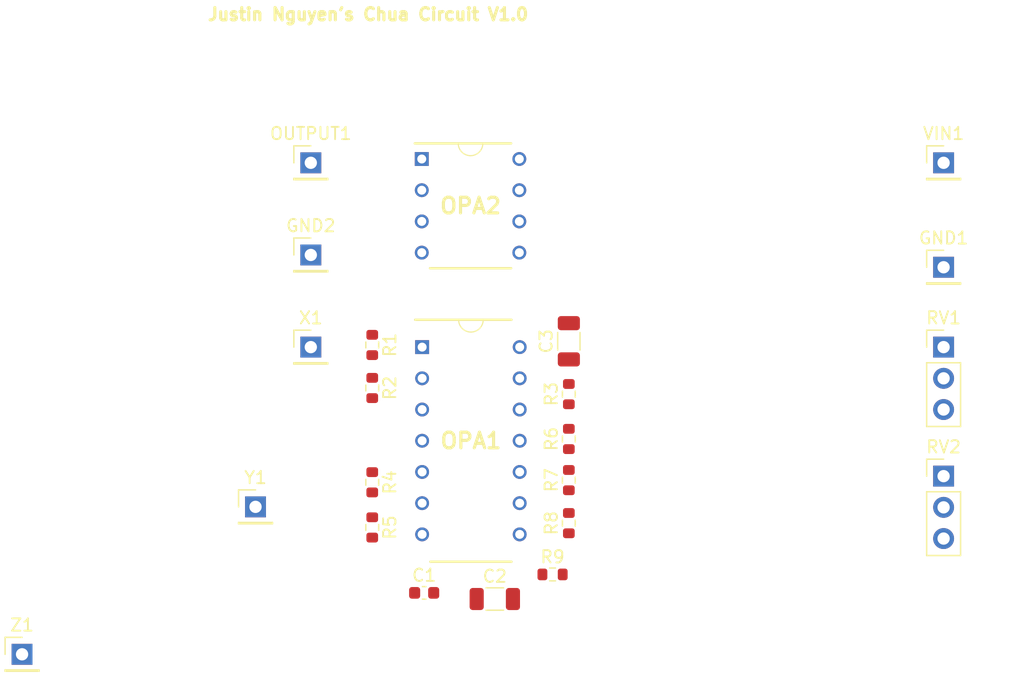
<source format=kicad_pcb>
(kicad_pcb (version 20241229) (generator "pcbnew") (generator_version "9.0")
  (layers (0 "F.Cu" signal) (2 "B.Cu" signal) (13 "F.Paste" user) (15 "B.Paste" user) (5 "F.SilkS" user "F.Silkscreen") (7 "B.SilkS" user "B.Silkscreen") (1 "F.Mask" user) (3 "B.Mask" user) (25 "Edge.Cuts" user))
  (net 0 "")
  (net 1 "Net-(OPA1A--)")
  (net 2 "GND")
  (net 3 "Net-(C3-Pad1)")
  (net 4 "VCC")
  (net 5 "Net-(OPA1-Pad7)")
  (net 6 "Net-(OPA1-Pad1)")
  (net 7 "Net-(OPA1-Pad14)")
  (net 8 "Net-(OPA1A-+)")
  (net 9 "Net-(OPA1D-+)")
  (net 10 "Net-(OPA1C--)")
  (net 11 "Net-(OPA1B--)")
  (net 12 "Net-(OPA1C-+)")
  (net 13 "Net-(OPA2A--)")
  (footprint "Connector_PinHeader_2.54mm:PinHeader_1x01_P2.54mm_Vertical" (layer "F.Cu") (at 125.5 80)
    (property "Reference" "OUTPUT1" (at 0 -2.38 0) (layer "F.SilkS"))
    (property "Value" "Male_Header_1x1")
    (fp_line (start -1.38 -1.38) (end 0 -1.38) (stroke (width 0.12)) (layer "F.SilkS"))
    (fp_line (start -1.38 0) (end -1.38 -1.38) (stroke (width 0.12)) (layer "F.SilkS"))
    (fp_line (start -1.38 1.27) (end -1.38 1.38) (stroke (width 0.12)) (layer "F.SilkS"))
    (fp_line (start -1.38 1.27) (end 1.38 1.27) (stroke (width 0.12)) (layer "F.SilkS"))
    (fp_line (start -1.38 1.38) (end 1.38 1.38) (stroke (width 0.12)) (layer "F.SilkS"))
    (fp_line (start 1.38 1.27) (end 1.38 1.38) (stroke (width 0.12)) (layer "F.SilkS"))
    (pad "1" thru_hole rect (at 0 0) (size 1.7 1.7) (drill 1) (layers "*.Cu" "*.Mask") (net 13 "Net-(OPA2A--)"))
  )
  (footprint "Resistor_SMD:R_0603_1608Metric" (layer "F.Cu") (at 130.5 109.675 -90)
    (property "Reference" "R5" (at 0 -1.43 90) (layer "F.SilkS"))
    (property "Value" "22K")
    (fp_line (start -0.237258 0.5225) (end 0.237258 0.5225) (stroke (width 0.12)) (layer "F.SilkS"))
    (fp_line (start -0.237258 -0.5225) (end 0.237258 -0.5225) (stroke (width 0.12)) (layer "F.SilkS"))
    (pad "1" smd roundrect (at -0.825 0 270) (size 0.8 0.95) (layers "F.Cu" "F.Mask" "F.Paste") (net 11 "Net-(OPA1B--)"))
    (pad "2" smd roundrect (at 0.825 0 270) (size 0.8 0.95) (layers "F.Cu" "F.Mask" "F.Paste") (net 5 "Net-(OPA1-Pad7)"))
  )
  (footprint "Resistor_SMD:R_0603_1608Metric" (layer "F.Cu") (at 130.5 106 -90)
    (property "Reference" "R4" (at 0 -1.43 90) (layer "F.SilkS"))
    (property "Value" "22K")
    (fp_line (start -0.237258 0.5225) (end 0.237258 0.5225) (stroke (width 0.12)) (layer "F.SilkS"))
    (fp_line (start -0.237258 -0.5225) (end 0.237258 -0.5225) (stroke (width 0.12)) (layer "F.SilkS"))
    (pad "1" smd roundrect (at -0.825 0 270) (size 0.8 0.95) (layers "F.Cu" "F.Mask" "F.Paste") (net 8 "Net-(OPA1A-+)"))
    (pad "2" smd roundrect (at 0.825 0 270) (size 0.8 0.95) (layers "F.Cu" "F.Mask" "F.Paste") (net 5 "Net-(OPA1-Pad7)"))
  )
  (footprint "SamacSys_Parts:TL082" (layer "F.Cu") (at 138.5 83.5)
    (property "Reference" "OPA2" (at 0 0 0) (layer "F.SilkS") (effects (font (size 1.27 1.27) (thickness 0.254))))
    (property "Value" "TL082" (hide yes))
    (fp_line (start -4.535 -5.08) (end 3.3 -5.08) (stroke (width 0.2)) (layer "F.SilkS"))
    (fp_line (start -3.3 5.08) (end 3.3 5.08) (stroke (width 0.2)) (layer "F.SilkS"))
    (fp_arc (start 1 -5.08) (mid 0 -4.08) (end -1 -5.08) (stroke (width 0.1)) (layer "F.SilkS"))
    (pad "1" thru_hole rect (at -3.97 -3.81) (size 1.13 1.13) (drill 0.73) (layers "*.Cu" "*.Mask") (net 13 "Net-(OPA2A--)"))
    (pad "2" thru_hole circle (at -3.97 -1.27) (size 1.13 1.13) (drill 0.73) (layers "*.Cu" "*.Mask") (net 13 "Net-(OPA2A--)"))
    (pad "3" thru_hole circle (at -3.97 1.27) (size 1.13 1.13) (drill 0.73) (layers "*.Cu" "*.Mask") (net 8 "Net-(OPA1A-+)"))
    (pad "4" thru_hole circle (at -3.97 3.81) (size 1.13 1.13) (drill 0.73) (layers "*.Cu" "*.Mask") (net 2 "GND"))
    (pad "5" thru_hole circle (at 3.97 3.81) (size 1.13 1.13) (drill 0.73) (layers "*.Cu" "*.Mask"))
    (pad "6" thru_hole circle (at 3.97 1.27) (size 1.13 1.13) (drill 0.73) (layers "*.Cu" "*.Mask"))
    (pad "7" thru_hole circle (at 3.97 -1.27) (size 1.13 1.13) (drill 0.73) (layers "*.Cu" "*.Mask"))
    (pad "8" thru_hole circle (at 3.97 -3.81) (size 1.13 1.13) (drill 0.73) (layers "*.Cu" "*.Mask") (net 4 "VCC"))
  )
  (footprint "Resistor_SMD:R_0603_1608Metric" (layer "F.Cu") (at 146.5 102.475 90)
    (property "Reference" "R6" (at 0 -1.43 90) (layer "F.SilkS"))
    (property "Value" "3.3K")
    (fp_line (start -0.237258 -0.5225) (end 0.237258 -0.5225) (stroke (width 0.12)) (layer "F.SilkS"))
    (fp_line (start -0.237258 0.5225) (end 0.237258 0.5225) (stroke (width 0.12)) (layer "F.SilkS"))
    (pad "1" smd roundrect (at -0.825 0 90) (size 0.8 0.95) (layers "F.Cu" "F.Mask" "F.Paste") (net 2 "GND"))
    (pad "2" smd roundrect (at 0.825 0 90) (size 0.8 0.95) (layers "F.Cu" "F.Mask" "F.Paste") (net 11 "Net-(OPA1B--)"))
  )
  (footprint "SamacSys_Parts:TL084" (layer "F.Cu") (at 138.53 102.62)
    (property "Reference" "OPA1" (at 0 0 0) (layer "F.SilkS") (effects (font (size 1.27 1.27) (thickness 0.254))))
    (property "Value" "TL084" (hide yes))
    (fp_line (start -4.535 -9.845) (end 3.3 -9.845) (stroke (width 0.2)) (layer "F.SilkS"))
    (fp_line (start -3.3 9.845) (end 3.3 9.845) (stroke (width 0.2)) (layer "F.SilkS"))
    (fp_arc (start 1 -9.845) (mid 0 -8.845) (end -1 -9.845) (stroke (width 0.1)) (layer "F.SilkS"))
    (pad "1" thru_hole rect (at -3.97 -7.62) (size 1.13 1.13) (drill 0.73) (layers "*.Cu" "*.Mask") (net 6 "Net-(OPA1-Pad1)"))
    (pad "2" thru_hole circle (at -3.97 -5.08) (size 1.13 1.13) (drill 0.73) (layers "*.Cu" "*.Mask") (net 1 "Net-(OPA1A--)"))
    (pad "3" thru_hole circle (at -3.97 -2.54) (size 1.13 1.13) (drill 0.73) (layers "*.Cu" "*.Mask") (net 8 "Net-(OPA1A-+)"))
    (pad "4" thru_hole circle (at -3.97 0) (size 1.13 1.13) (drill 0.73) (layers "*.Cu" "*.Mask") (net 4 "VCC"))
    (pad "5" thru_hole circle (at -3.97 2.54) (size 1.13 1.13) (drill 0.73) (layers "*.Cu" "*.Mask") (net 8 "Net-(OPA1A-+)"))
    (pad "6" thru_hole circle (at -3.97 5.08) (size 1.13 1.13) (drill 0.73) (layers "*.Cu" "*.Mask") (net 11 "Net-(OPA1B--)"))
    (pad "7" thru_hole circle (at -3.97 7.62) (size 1.13 1.13) (drill 0.73) (layers "*.Cu" "*.Mask") (net 5 "Net-(OPA1-Pad7)"))
    (pad "8" thru_hole circle (at 3.97 7.62) (size 1.13 1.13) (drill 0.73) (layers "*.Cu" "*.Mask") (net 3 "Net-(C3-Pad1)"))
    (pad "9" thru_hole circle (at 3.97 5.08) (size 1.13 1.13) (drill 0.73) (layers "*.Cu" "*.Mask") (net 10 "Net-(OPA1C--)"))
    (pad "10" thru_hole circle (at 3.97 2.54) (size 1.13 1.13) (drill 0.73) (layers "*.Cu" "*.Mask") (net 12 "Net-(OPA1C-+)"))
    (pad "11" thru_hole circle (at 3.97 0) (size 1.13 1.13) (drill 0.73) (layers "*.Cu" "*.Mask") (net 2 "GND"))
    (pad "12" thru_hole circle (at 3.97 -2.54) (size 1.13 1.13) (drill 0.73) (layers "*.Cu" "*.Mask") (net 9 "Net-(OPA1D-+)"))
    (pad "13" thru_hole circle (at 3.97 -5.08) (size 1.13 1.13) (drill 0.73) (layers "*.Cu" "*.Mask") (net 10 "Net-(OPA1C--)"))
    (pad "14" thru_hole circle (at 3.97 -7.62) (size 1.13 1.13) (drill 0.73) (layers "*.Cu" "*.Mask") (net 7 "Net-(OPA1-Pad14)"))
  )
  (footprint "Capacitor_SMD:C_1206_3216Metric" (layer "F.Cu") (at 140.475 115.5)
    (property "Reference" "C2" (at 0 -1.85 0) (layer "F.SilkS"))
    (property "Value" "100nF")
    (fp_line (start -0.711252 -0.91) (end 0.711252 -0.91) (stroke (width 0.12)) (layer "F.SilkS"))
    (fp_line (start -0.711252 0.91) (end 0.711252 0.91) (stroke (width 0.12)) (layer "F.SilkS"))
    (pad "1" smd roundrect (at -1.475 0) (size 1.15 1.8) (layers "F.Cu" "F.Mask" "F.Paste") (roundrect_rratio 0.217391) (net 12 "Net-(OPA1C-+)"))
    (pad "2" smd roundrect (at 1.475 0) (size 1.15 1.8) (layers "F.Cu" "F.Mask" "F.Paste") (roundrect_rratio 0.217391) (net 2 "GND"))
  )
  (footprint "Connector_PinHeader_2.54mm:PinHeader_1x01_P2.54mm_Vertical" (layer "F.Cu") (at 177 88.5)
    (property "Reference" "GND1" (at 0 -2.38 0) (layer "F.SilkS"))
    (property "Value" "Male_Header_1x1")
    (fp_line (start -1.38 -1.38) (end 0 -1.38) (stroke (width 0.12)) (layer "F.SilkS"))
    (fp_line (start -1.38 0) (end -1.38 -1.38) (stroke (width 0.12)) (layer "F.SilkS"))
    (fp_line (start -1.38 1.27) (end -1.38 1.38) (stroke (width 0.12)) (layer "F.SilkS"))
    (fp_line (start -1.38 1.27) (end 1.38 1.27) (stroke (width 0.12)) (layer "F.SilkS"))
    (fp_line (start -1.38 1.38) (end 1.38 1.38) (stroke (width 0.12)) (layer "F.SilkS"))
    (fp_line (start 1.38 1.27) (end 1.38 1.38) (stroke (width 0.12)) (layer "F.SilkS"))
    (pad "1" thru_hole rect (at 0 0) (size 1.7 1.7) (drill 1) (layers "*.Cu" "*.Mask") (net 2 "GND"))
  )
  (footprint "Resistor_SMD:R_0603_1608Metric" (layer "F.Cu") (at 145.175 113.5)
    (property "Reference" "R9" (at 0 -1.43 0) (layer "F.SilkS"))
    (property "Value" "1K")
    (fp_line (start -0.237258 -0.5225) (end 0.237258 -0.5225) (stroke (width 0.12)) (layer "F.SilkS"))
    (fp_line (start -0.237258 0.5225) (end 0.237258 0.5225) (stroke (width 0.12)) (layer "F.SilkS"))
    (pad "1" smd roundrect (at -0.825 0) (size 0.8 0.95) (layers "F.Cu" "F.Mask" "F.Paste") (net 3 "Net-(C3-Pad1)"))
    (pad "2" smd roundrect (at 0.825 0) (size 0.8 0.95) (layers "F.Cu" "F.Mask" "F.Paste") (net 10 "Net-(OPA1C--)"))
  )
  (footprint "Connector_PinHeader_2.54mm:PinHeader_1x03_P2.54mm_Vertical" (layer "F.Cu") (at 177 95)
    (property "Reference" "RV1" (at 0 -2.38 0) (layer "F.SilkS"))
    (property "Value" "5K")
    (fp_line (start -1.38 -1.38) (end 0 -1.38) (stroke (width 0.12)) (layer "F.SilkS"))
    (fp_line (start -1.38 0) (end -1.38 -1.38) (stroke (width 0.12)) (layer "F.SilkS"))
    (fp_line (start -1.38 1.27) (end -1.38 6.46) (stroke (width 0.12)) (layer "F.SilkS"))
    (fp_line (start -1.38 1.27) (end 1.38 1.27) (stroke (width 0.12)) (layer "F.SilkS"))
    (fp_line (start -1.38 6.46) (end 1.38 6.46) (stroke (width 0.12)) (layer "F.SilkS"))
    (fp_line (start 1.38 1.27) (end 1.38 6.46) (stroke (width 0.12)) (layer "F.SilkS"))
    (pad "1" thru_hole rect (at 0 0) (size 1.7 1.7) (drill 1) (layers "*.Cu" "*.Mask") (net 12 "Net-(OPA1C-+)"))
    (pad "2" thru_hole circle (at 0 2.54) (size 1.7 1.7) (drill 1) (layers "*.Cu" "*.Mask") (net 8 "Net-(OPA1A-+)"))
    (pad "3" thru_hole circle (at 0 5.08) (size 1.7 1.7) (drill 1) (layers "*.Cu" "*.Mask") (net 8 "Net-(OPA1A-+)"))
  )
  (footprint "Connector_PinHeader_2.54mm:PinHeader_1x01_P2.54mm_Vertical" (layer "F.Cu") (at 121 108)
    (property "Reference" "Y1" (at 0 -2.38 0) (layer "F.SilkS"))
    (property "Value" "TP2")
    (fp_line (start -1.38 -1.38) (end 0 -1.38) (stroke (width 0.12)) (layer "F.SilkS"))
    (fp_line (start -1.38 0) (end -1.38 -1.38) (stroke (width 0.12)) (layer "F.SilkS"))
    (fp_line (start -1.38 1.27) (end -1.38 1.38) (stroke (width 0.12)) (layer "F.SilkS"))
    (fp_line (start -1.38 1.27) (end 1.38 1.27) (stroke (width 0.12)) (layer "F.SilkS"))
    (fp_line (start -1.38 1.38) (end 1.38 1.38) (stroke (width 0.12)) (layer "F.SilkS"))
    (fp_line (start 1.38 1.27) (end 1.38 1.38) (stroke (width 0.12)) (layer "F.SilkS"))
    (pad "1" thru_hole rect (at 0 0) (size 1.7 1.7) (drill 1) (layers "*.Cu" "*.Mask") (net 12 "Net-(OPA1C-+)"))
  )
  (footprint "Connector_PinHeader_2.54mm:PinHeader_1x01_P2.54mm_Vertical" (layer "F.Cu") (at 125.5 87.5)
    (property "Reference" "GND2" (at 0 -2.38 0) (layer "F.SilkS"))
    (property "Value" "TP4")
    (fp_line (start -1.38 -1.38) (end 0 -1.38) (stroke (width 0.12)) (layer "F.SilkS"))
    (fp_line (start -1.38 0) (end -1.38 -1.38) (stroke (width 0.12)) (layer "F.SilkS"))
    (fp_line (start -1.38 1.27) (end -1.38 1.38) (stroke (width 0.12)) (layer "F.SilkS"))
    (fp_line (start -1.38 1.27) (end 1.38 1.27) (stroke (width 0.12)) (layer "F.SilkS"))
    (fp_line (start -1.38 1.38) (end 1.38 1.38) (stroke (width 0.12)) (layer "F.SilkS"))
    (fp_line (start 1.38 1.27) (end 1.38 1.38) (stroke (width 0.12)) (layer "F.SilkS"))
    (pad "1" thru_hole rect (at 0 0) (size 1.7 1.7) (drill 1) (layers "*.Cu" "*.Mask") (net 2 "GND"))
  )
  (footprint "Capacitor_SMD:C_0603_1608Metric" (layer "F.Cu") (at 134.725 115)
    (property "Reference" "C1" (at 0 -1.43 0) (layer "F.SilkS"))
    (property "Value" "10nF")
    (fp_line (start -0.14058 -0.51) (end 0.14058 -0.51) (stroke (width 0.12)) (layer "F.SilkS"))
    (fp_line (start -0.14058 0.51) (end 0.14058 0.51) (stroke (width 0.12)) (layer "F.SilkS"))
    (pad "1" smd roundrect (at -0.775 0) (size 0.9 0.95) (layers "F.Cu" "F.Mask" "F.Paste") (net 8 "Net-(OPA1A-+)"))
    (pad "2" smd roundrect (at 0.775 0) (size 0.9 0.95) (layers "F.Cu" "F.Mask" "F.Paste") (net 2 "GND"))
  )
  (footprint "Resistor_SMD:R_0603_1608Metric" (layer "F.Cu") (at 146.5 105.825 90)
    (property "Reference" "R7" (at 0 -1.43 90) (layer "F.SilkS"))
    (property "Value" "100")
    (fp_line (start -0.237258 -0.5225) (end 0.237258 -0.5225) (stroke (width 0.12)) (layer "F.SilkS"))
    (fp_line (start -0.237258 0.5225) (end 0.237258 0.5225) (stroke (width 0.12)) (layer "F.SilkS"))
    (pad "1" smd roundrect (at -0.825 0 90) (size 0.8 0.95) (layers "F.Cu" "F.Mask" "F.Paste") (net 7 "Net-(OPA1-Pad14)"))
    (pad "2" smd roundrect (at 0.825 0 90) (size 0.8 0.95) (layers "F.Cu" "F.Mask" "F.Paste") (net 12 "Net-(OPA1C-+)"))
  )
  (footprint "Resistor_SMD:R_0603_1608Metric" (layer "F.Cu") (at 146.5 109.325 90)
    (property "Reference" "R8" (at 0 -1.43 90) (layer "F.SilkS"))
    (property "Value" "1K")
    (fp_line (start -0.237258 -0.5225) (end 0.237258 -0.5225) (stroke (width 0.12)) (layer "F.SilkS"))
    (fp_line (start -0.237258 0.5225) (end 0.237258 0.5225) (stroke (width 0.12)) (layer "F.SilkS"))
    (pad "1" smd roundrect (at -0.825 0 90) (size 0.8 0.95) (layers "F.Cu" "F.Mask" "F.Paste") (net 10 "Net-(OPA1C--)"))
    (pad "2" smd roundrect (at 0.825 0 90) (size 0.8 0.95) (layers "F.Cu" "F.Mask" "F.Paste") (net 7 "Net-(OPA1-Pad14)"))
  )
  (footprint "Connector_PinHeader_2.54mm:PinHeader_1x03_P2.54mm_Vertical" (layer "F.Cu") (at 177 105.5)
    (property "Reference" "RV2" (at 0 -2.38 0) (layer "F.SilkS"))
    (property "Value" "5k")
    (fp_line (start -1.38 -1.38) (end 0 -1.38) (stroke (width 0.12)) (layer "F.SilkS"))
    (fp_line (start -1.38 0) (end -1.38 -1.38) (stroke (width 0.12)) (layer "F.SilkS"))
    (fp_line (start -1.38 1.27) (end -1.38 6.46) (stroke (width 0.12)) (layer "F.SilkS"))
    (fp_line (start -1.38 1.27) (end 1.38 1.27) (stroke (width 0.12)) (layer "F.SilkS"))
    (fp_line (start -1.38 6.46) (end 1.38 6.46) (stroke (width 0.12)) (layer "F.SilkS"))
    (fp_line (start 1.38 1.27) (end 1.38 6.46) (stroke (width 0.12)) (layer "F.SilkS"))
    (pad "1" thru_hole rect (at 0 0) (size 1.7 1.7) (drill 1) (layers "*.Cu" "*.Mask") (net 9 "Net-(OPA1D-+)"))
    (pad "2" thru_hole circle (at 0 2.54) (size 1.7 1.7) (drill 1) (layers "*.Cu" "*.Mask") (net 2 "GND"))
    (pad "3" thru_hole circle (at 0 5.08) (size 1.7 1.7) (drill 1) (layers "*.Cu" "*.Mask") (net 2 "GND"))
  )
  (footprint "Connector_PinHeader_2.54mm:PinHeader_1x01_P2.54mm_Vertical" (layer "F.Cu") (at 177 80)
    (property "Reference" "VIN1" (at 0 -2.38 0) (layer "F.SilkS"))
    (property "Value" "Male_Header_1x1")
    (fp_line (start -1.38 -1.38) (end 0 -1.38) (stroke (width 0.12)) (layer "F.SilkS"))
    (fp_line (start -1.38 0) (end -1.38 -1.38) (stroke (width 0.12)) (layer "F.SilkS"))
    (fp_line (start -1.38 1.27) (end -1.38 1.38) (stroke (width 0.12)) (layer "F.SilkS"))
    (fp_line (start -1.38 1.27) (end 1.38 1.27) (stroke (width 0.12)) (layer "F.SilkS"))
    (fp_line (start -1.38 1.38) (end 1.38 1.38) (stroke (width 0.12)) (layer "F.SilkS"))
    (fp_line (start 1.38 1.27) (end 1.38 1.38) (stroke (width 0.12)) (layer "F.SilkS"))
    (pad "1" thru_hole rect (at 0 0) (size 1.7 1.7) (drill 1) (layers "*.Cu" "*.Mask") (net 4 "VCC"))
  )
  (footprint "Resistor_SMD:R_0603_1608Metric" (layer "F.Cu") (at 130.5 98.325 -90)
    (property "Reference" "R2" (at 0 -1.43 90) (layer "F.SilkS"))
    (property "Value" "220")
    (fp_line (start -0.237258 0.5225) (end 0.237258 0.5225) (stroke (width 0.12)) (layer "F.SilkS"))
    (fp_line (start -0.237258 -0.5225) (end 0.237258 -0.5225) (stroke (width 0.12)) (layer "F.SilkS"))
    (pad "1" smd roundrect (at -0.825 0 270) (size 0.8 0.95) (layers "F.Cu" "F.Mask" "F.Paste") (net 6 "Net-(OPA1-Pad1)"))
    (pad "2" smd roundrect (at 0.825 0 270) (size 0.8 0.95) (layers "F.Cu" "F.Mask" "F.Paste") (net 1 "Net-(OPA1A--)"))
  )
  (footprint "Capacitor_SMD:C_1206_3216Metric" (layer "F.Cu") (at 146.5 94.525 90)
    (property "Reference" "C3" (at 0 -1.85 90) (layer "F.SilkS"))
    (property "Value" "100nF")
    (fp_line (start -0.711252 -0.91) (end 0.711252 -0.91) (stroke (width 0.12)) (layer "F.SilkS"))
    (fp_line (start -0.711252 0.91) (end 0.711252 0.91) (stroke (width 0.12)) (layer "F.SilkS"))
    (pad "1" smd roundrect (at -1.475 0 90) (size 1.15 1.8) (layers "F.Cu" "F.Mask" "F.Paste") (roundrect_rratio 0.217391) (net 3 "Net-(C3-Pad1)"))
    (pad "2" smd roundrect (at 1.475 0 90) (size 1.15 1.8) (layers "F.Cu" "F.Mask" "F.Paste") (roundrect_rratio 0.217391) (net 9 "Net-(OPA1D-+)"))
  )
  (footprint "Resistor_SMD:R_0603_1608Metric" (layer "F.Cu") (at 146.5 98.825 90)
    (property "Reference" "R3" (at 0 -1.43 90) (layer "F.SilkS"))
    (property "Value" "2.2K")
    (fp_line (start -0.237258 -0.5225) (end 0.237258 -0.5225) (stroke (width 0.12)) (layer "F.SilkS"))
    (fp_line (start -0.237258 0.5225) (end 0.237258 0.5225) (stroke (width 0.12)) (layer "F.SilkS"))
    (pad "1" smd roundrect (at -0.825 0 90) (size 0.8 0.95) (layers "F.Cu" "F.Mask" "F.Paste") (net 2 "GND"))
    (pad "2" smd roundrect (at 0.825 0 90) (size 0.8 0.95) (layers "F.Cu" "F.Mask" "F.Paste") (net 1 "Net-(OPA1A--)"))
  )
  (footprint "Connector_PinHeader_2.54mm:PinHeader_1x01_P2.54mm_Vertical" (layer "F.Cu") (at 102 120)
    (property "Reference" "Z1" (at 0 -2.38 0) (layer "F.SilkS"))
    (property "Value" "TP1")
    (fp_line (start -1.38 -1.38) (end 0 -1.38) (stroke (width 0.12)) (layer "F.SilkS"))
    (fp_line (start -1.38 0) (end -1.38 -1.38) (stroke (width 0.12)) (layer "F.SilkS"))
    (fp_line (start -1.38 1.27) (end -1.38 1.38) (stroke (width 0.12)) (layer "F.SilkS"))
    (fp_line (start -1.38 1.27) (end 1.38 1.27) (stroke (width 0.12)) (layer "F.SilkS"))
    (fp_line (start -1.38 1.38) (end 1.38 1.38) (stroke (width 0.12)) (layer "F.SilkS"))
    (fp_line (start 1.38 1.27) (end 1.38 1.38) (stroke (width 0.12)) (layer "F.SilkS"))
    (pad "1" thru_hole rect (at 0 0) (size 1.7 1.7) (drill 1) (layers "*.Cu" "*.Mask") (net 7 "Net-(OPA1-Pad14)"))
  )
  (footprint "Resistor_SMD:R_0603_1608Metric" (layer "F.Cu") (at 130.5 94.825 -90)
    (property "Reference" "R1" (at 0 -1.43 90) (layer "F.SilkS"))
    (property "Value" "220")
    (fp_line (start -0.237258 0.5225) (end 0.237258 0.5225) (stroke (width 0.12)) (layer "F.SilkS"))
    (fp_line (start -0.237258 -0.5225) (end 0.237258 -0.5225) (stroke (width 0.12)) (layer "F.SilkS"))
    (pad "1" smd roundrect (at -0.825 0 270) (size 0.8 0.95) (layers "F.Cu" "F.Mask" "F.Paste") (net 6 "Net-(OPA1-Pad1)"))
    (pad "2" smd roundrect (at 0.825 0 270) (size 0.8 0.95) (layers "F.Cu" "F.Mask" "F.Paste") (net 8 "Net-(OPA1A-+)"))
  )
  (footprint "Connector_PinHeader_2.54mm:PinHeader_1x01_P2.54mm_Vertical" (layer "F.Cu") (at 125.5 95)
    (property "Reference" "X1" (at 0 -2.38 0) (layer "F.SilkS"))
    (property "Value" "TP3")
    (fp_line (start -1.38 -1.38) (end 0 -1.38) (stroke (width 0.12)) (layer "F.SilkS"))
    (fp_line (start -1.38 0) (end -1.38 -1.38) (stroke (width 0.12)) (layer "F.SilkS"))
    (fp_line (start -1.38 1.27) (end -1.38 1.38) (stroke (width 0.12)) (layer "F.SilkS"))
    (fp_line (start -1.38 1.27) (end 1.38 1.27) (stroke (width 0.12)) (layer "F.SilkS"))
    (fp_line (start -1.38 1.38) (end 1.38 1.38) (stroke (width 0.12)) (layer "F.SilkS"))
    (fp_line (start 1.38 1.27) (end 1.38 1.38) (stroke (width 0.12)) (layer "F.SilkS"))
    (pad "1" thru_hole rect (at 0 0) (size 1.7 1.7) (drill 1) (layers "*.Cu" "*.Mask") (net 8 "Net-(OPA1A-+)"))
  )
  (gr_text "Justin Nguyen's Chua Circuit V1.0" (at 117 68.5 0) (layer "F.SilkS") (effects (font (size 1 1) (thickness 0.25) (bold yes)) (justify left bottom)))
)
</source>
